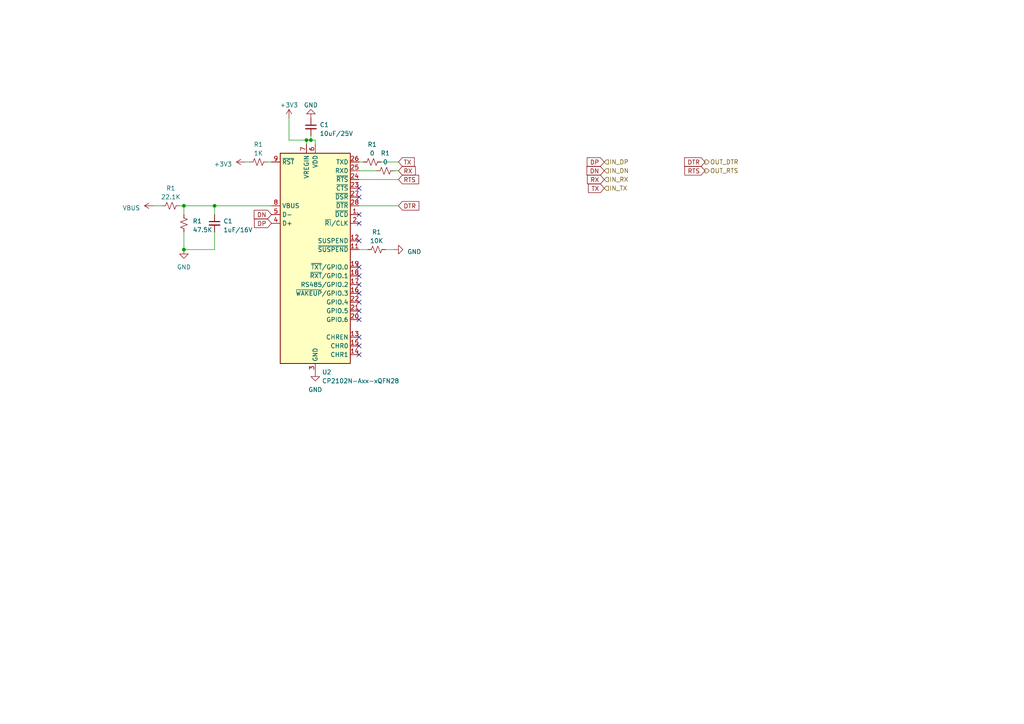
<source format=kicad_sch>
(kicad_sch (version 20230121) (generator eeschema)
  (paper "A4")
  (lib_symbols
    (symbol "Device:C_Small" (pin_numbers hide) (pin_names (offset 0.254) hide)
      (property "Reference" "C" (at 0.254 1.778 0))
      (property "Value" "C_Small" (at 0.254 -2.032 0))
      (symbol "C_Small_0_1"
        (polyline (pts (xy -1.524 -0.508) (xy 1.524 -0.508)) (stroke (width 0.3302)))
        (polyline (pts (xy -1.524 0.508) (xy 1.524 0.508)) (stroke (width 0.3048)))
      )
      (symbol "C_Small_1_1"
        (pin passive line (at 0 2.54 270) (length 2.032) (name "~") (number "1"))
        (pin passive line (at 0 -2.54 90) (length 2.032) (name "~") (number "2"))
      )
    )
    (symbol "Device:R_Small_US" (pin_numbers hide) (pin_names (offset 0.254) hide)
      (property "Reference" "R" (at 0.762 0.508 0))
      (property "Value" "R_Small_US" (at 0.762 -1.016 0))
      (symbol "R_Small_US_1_1"
        (polyline (pts (xy 0 0) (xy 1.016 -0.381) (xy 0 -0.762) (xy -1.016 -1.143) (xy 0 -1.524)))
        (polyline (pts (xy 0 1.524) (xy 1.016 1.143) (xy 0 0.762) (xy -1.016 0.381) (xy 0 0)))
        (pin passive line (at 0 2.54 270) (length 1.016) (name "~") (number "1"))
        (pin passive line (at 0 -2.54 90) (length 1.016) (name "~") (number "2"))
      )
    )
    (symbol "Interface_USB:CP2102N-Axx-xQFN28"
      (property "Reference" "U" (at -8.89 31.75 0))
      (property "Value" "CP2102N-Axx-xQFN28" (at 12.7 31.75 0))
      (symbol "CP2102N-Axx-xQFN28_0_1"
        (rectangle (start -10.16 30.48) (end 10.16 -30.48) (stroke (width 0.254)) (fill (type background)))
      )
      (symbol "CP2102N-Axx-xQFN28_1_1"
        (pin input line (at 12.7 12.7 180) (length 2.54) (name "~{DCD}") (number "1"))
        (pin no_connect line (at -10.16 -27.94 0) (length 2.54) hide (name "NC") (number "10"))
        (pin output line (at 12.7 2.54 180) (length 2.54) (name "~{SUSPEND}") (number "11"))
        (pin output line (at 12.7 5.08 180) (length 2.54) (name "SUSPEND") (number "12"))
        (pin output line (at 12.7 -22.86 180) (length 2.54) (name "CHREN") (number "13"))
        (pin output line (at 12.7 -27.94 180) (length 2.54) (name "CHR1") (number "14"))
        (pin output line (at 12.7 -25.4 180) (length 2.54) (name "CHR0") (number "15"))
        (pin bidirectional line (at 12.7 -10.16 180) (length 2.54) (name "~{WAKEUP}/GPIO.3") (number "16"))
        (pin bidirectional line (at 12.7 -7.62 180) (length 2.54) (name "RS485/GPIO.2") (number "17"))
        (pin bidirectional line (at 12.7 -5.08 180) (length 2.54) (name "~{RXT}/GPIO.1") (number "18"))
        (pin bidirectional line (at 12.7 -2.54 180) (length 2.54) (name "~{TXT}/GPIO.0") (number "19"))
        (pin bidirectional line (at 12.7 10.16 180) (length 2.54) (name "~{RI}/CLK") (number "2"))
        (pin bidirectional line (at 12.7 -17.78 180) (length 2.54) (name "GPIO.6") (number "20"))
        (pin bidirectional line (at 12.7 -15.24 180) (length 2.54) (name "GPIO.5") (number "21"))
        (pin bidirectional line (at 12.7 -12.7 180) (length 2.54) (name "GPIO.4") (number "22"))
        (pin input line (at 12.7 20.32 180) (length 2.54) (name "~{CTS}") (number "23"))
        (pin output line (at 12.7 22.86 180) (length 2.54) (name "~{RTS}") (number "24"))
        (pin input line (at 12.7 25.4 180) (length 2.54) (name "RXD") (number "25"))
        (pin output line (at 12.7 27.94 180) (length 2.54) (name "TXD") (number "26"))
        (pin input line (at 12.7 17.78 180) (length 2.54) (name "~{DSR}") (number "27"))
        (pin output line (at 12.7 15.24 180) (length 2.54) (name "~{DTR}") (number "28"))
        (pin passive line (at 0 -33.02 90) (length 2.54) hide (name "GND") (number "29"))
        (pin power_in line (at 0 -33.02 90) (length 2.54) (name "GND") (number "3"))
        (pin bidirectional line (at -12.7 10.16 0) (length 2.54) (name "D+") (number "4"))
        (pin bidirectional line (at -12.7 12.7 0) (length 2.54) (name "D-") (number "5"))
        (pin power_in line (at 0 33.02 270) (length 2.54) (name "VDD") (number "6"))
        (pin power_in line (at -2.54 33.02 270) (length 2.54) (name "VREGIN") (number "7"))
        (pin input line (at -12.7 15.24 0) (length 2.54) (name "VBUS") (number "8"))
        (pin input line (at -12.7 27.94 0) (length 2.54) (name "~{RST}") (number "9"))
      )
    )
    (symbol "power:+3V3" (power) (pin_names (offset 0))
      (property "Value" "+3V3" (at 0 3.556 0))
      (symbol "+3V3_0_1"
        (polyline (pts (xy -0.762 1.27) (xy 0 2.54)))
        (polyline (pts (xy 0 0) (xy 0 2.54)))
        (polyline (pts (xy 0 2.54) (xy 0.762 1.27)))
      )
      (symbol "+3V3_1_1"
        (pin power_in line (at 0 0 90) (length 0) hide (name "+3V3") (number "1"))
      )
    )
    (symbol "power:GND" (power) (pin_names (offset 0))
      (property "Value" "GND" (at 0 -3.81 0))
      (symbol "GND_0_1"
        (polyline (pts (xy 0 0) (xy 0 -1.27) (xy 1.27 -1.27) (xy 0 -2.54) (xy -1.27 -1.27) (xy 0 -1.27)))
      )
      (symbol "GND_1_1"
        (pin power_in line (at 0 0 270) (length 0) hide (name "GND") (number "1"))
      )
    )
    (symbol "power:VBUS" (power) (pin_names (offset 0))
      (property "Value" "VBUS" (at 0 3.81 0))
      (symbol "VBUS_0_1"
        (polyline (pts (xy -0.762 1.27) (xy 0 2.54)))
        (polyline (pts (xy 0 0) (xy 0 2.54)))
        (polyline (pts (xy 0 2.54) (xy 0.762 1.27)))
      )
      (symbol "VBUS_1_1"
        (pin power_in line (at 0 0 90) (length 0) hide (name "VBUS") (number "1"))
      )
    )
  )
  (junction (at 53.34 72.39))
  (junction (at 88.9 40.64))
  (junction (at 53.34 59.69))
  (junction (at 90.17 40.64))
  (junction (at 62.23 59.69))
  (no_connect (at 104.14 102.87))
  (no_connect (at 104.14 92.71))
  (no_connect (at 104.14 64.77))
  (no_connect (at 104.14 77.47))
  (no_connect (at 104.14 69.85))
  (no_connect (at 104.14 80.01))
  (no_connect (at 104.14 62.23))
  (no_connect (at 104.14 82.55))
  (no_connect (at 104.14 85.09))
  (no_connect (at 104.14 90.17))
  (no_connect (at 104.14 87.63))
  (no_connect (at 104.14 54.61))
  (no_connect (at 104.14 57.15))
  (no_connect (at 104.14 97.79))
  (no_connect (at 104.14 100.33))
  (wire (pts (xy 83.82 40.64) (xy 88.9 40.64)))
  (wire (pts (xy 90.17 39.37) (xy 90.17 40.64)))
  (wire (pts (xy 77.47 46.99) (xy 78.74 46.99)))
  (wire (pts (xy 53.34 59.69) (xy 62.23 59.69)))
  (wire (pts (xy 44.45 59.69) (xy 46.99 59.69)))
  (wire (pts (xy 88.9 40.64) (xy 90.17 40.64)))
  (wire (pts (xy 104.14 59.69) (xy 115.57 59.69)))
  (wire (pts (xy 62.23 67.31) (xy 62.23 72.39)))
  (wire (pts (xy 91.44 40.64) (xy 91.44 41.91)))
  (wire (pts (xy 105.41 46.99) (xy 104.14 46.99)))
  (wire (pts (xy 110.49 46.99) (xy 115.57 46.99)))
  (wire (pts (xy 53.34 62.23) (xy 53.34 59.69)))
  (wire (pts (xy 109.22 49.53) (xy 104.14 49.53)))
  (wire (pts (xy 62.23 62.23) (xy 62.23 59.69)))
  (wire (pts (xy 111.76 72.39) (xy 114.3 72.39)))
  (wire (pts (xy 53.34 72.39) (xy 53.34 67.31)))
  (wire (pts (xy 104.14 52.07) (xy 115.57 52.07)))
  (wire (pts (xy 88.9 41.91) (xy 88.9 40.64)))
  (wire (pts (xy 62.23 59.69) (xy 78.74 59.69)))
  (wire (pts (xy 90.17 40.64) (xy 91.44 40.64)))
  (wire (pts (xy 104.14 72.39) (xy 106.68 72.39)))
  (wire (pts (xy 62.23 72.39) (xy 53.34 72.39)))
  (wire (pts (xy 71.12 46.99) (xy 72.39 46.99)))
  (wire (pts (xy 83.82 34.29) (xy 83.82 40.64)))
  (wire (pts (xy 114.3 49.53) (xy 115.57 49.53)))
  (wire (pts (xy 53.34 59.69) (xy 52.07 59.69)))
  (global_label "DP" (shape input) (at 175.26 46.99 180) (property "Intersheetrefs" "${INTERSHEET_REFS}" (effects hide)))
  (global_label "TX" (shape input) (at 115.57 46.99 0) (property "Intersheetrefs" "${INTERSHEET_REFS}" (effects hide)))
  (global_label "DN" (shape input) (at 78.74 62.23 180) (property "Intersheetrefs" "${INTERSHEET_REFS}" (effects hide)))
  (global_label "RTS" (shape input) (at 204.47 49.53 180) (property "Intersheetrefs" "${INTERSHEET_REFS}" (effects hide)))
  (global_label "DN" (shape input) (at 175.26 49.53 180) (property "Intersheetrefs" "${INTERSHEET_REFS}" (effects hide)))
  (global_label "RX" (shape input) (at 115.57 49.53 0) (property "Intersheetrefs" "${INTERSHEET_REFS}" (effects hide)))
  (global_label "TX" (shape input) (at 175.26 54.61 180) (property "Intersheetrefs" "${INTERSHEET_REFS}" (effects hide)))
  (global_label "DTR" (shape input) (at 115.57 59.69 0) (property "Intersheetrefs" "${INTERSHEET_REFS}" (effects hide)))
  (global_label "DTR" (shape input) (at 204.47 46.99 180) (property "Intersheetrefs" "${INTERSHEET_REFS}" (effects hide)))
  (global_label "RTS" (shape input) (at 115.57 52.07 0) (property "Intersheetrefs" "${INTERSHEET_REFS}" (effects hide)))
  (global_label "DP" (shape input) (at 78.74 64.77 180) (property "Intersheetrefs" "${INTERSHEET_REFS}" (effects hide)))
  (global_label "RX" (shape input) (at 175.26 52.07 180) (property "Intersheetrefs" "${INTERSHEET_REFS}" (effects hide)))
  (hierarchical_label "OUT_DTR" (shape output) (at 204.47 46.99 0))
  (hierarchical_label "OUT_RTS" (shape output) (at 204.47 49.53 0))
  (hierarchical_label "IN_DP" (shape input) (at 175.26 46.99 0))
  (hierarchical_label "IN_RX" (shape input) (at 175.26 52.07 0))
  (hierarchical_label "IN_TX" (shape input) (at 175.26 54.61 0))
  (hierarchical_label "IN_DN" (shape input) (at 175.26 49.53 0))
  (symbol (lib_id "Device:R_Small_US") (at 111.76 49.53 90) (unit 1)
    (property "Reference" "R1" (at 111.76 44.45 90))
    (property "Value" "0" (at 111.76 46.99 90))
    (property "Footprint" "Resistor_SMD:R_0805_2012Metric" (effects hide))
    (instances (project "ESP32 (Electiva)" (path "" (reference "R1") (unit 1)) (path "" (reference "R3") (unit 1))))
  )
  (symbol (lib_id "Device:R_Small_US") (at 53.34 64.77 180) (unit 1)
    (property "Reference" "R1" (at 55.88 64.135 0) (effects (justify right)))
    (property "Value" "47.5K" (at 55.88 66.675 0) (effects (justify right)))
    (property "Footprint" "Resistor_SMD:R_0805_2012Metric" (effects hide))
    (instances (project "ESP32 (Electiva)" (path "" (reference "R1") (unit 1)) (path "" (reference "R7") (unit 1))))
  )
  (symbol (lib_id "Device:C_Small") (at 62.23 64.77 0) (unit 1)
    (property "Reference" "C1" (at 64.77 64.1413 0) (effects (justify left)))
    (property "Value" "1uF/16V" (at 64.77 66.6813 0) (effects (justify left)))
    (property "Footprint" "Capacitor_SMD:C_0805_2012Metric" (effects hide))
    (instances (project "ESP32 (Electiva)" (path "" (reference "C1") (unit 1)) (path "" (reference "C5") (unit 1))))
  )
  (symbol (lib_id "Device:R_Small_US") (at 49.53 59.69 90) (unit 1)
    (property "Reference" "R1" (at 49.53 54.61 90))
    (property "Value" "22.1K" (at 49.53 57.15 90))
    (property "Footprint" "Resistor_SMD:R_0805_2012Metric" (effects hide))
    (instances (project "ESP32 (Electiva)" (path "" (reference "R1") (unit 1)) (path "" (reference "R5") (unit 1))))
  )
  (symbol (lib_id "power:+3V3") (at 71.12 46.99 90) (unit 1)
    (property "Reference" "#PWR016" (effects hide))
    (property "Value" "+3V3" (at 67.31 47.625 90) (effects (justify left)))
  )
  (symbol (lib_id "Device:R_Small_US") (at 109.22 72.39 90) (unit 1)
    (property "Reference" "R1" (at 109.22 67.31 90))
    (property "Value" "10K" (at 109.22 69.85 90))
    (property "Footprint" "Resistor_SMD:R_0805_2012Metric" (effects hide))
    (instances (project "ESP32 (Electiva)" (path "" (reference "R1") (unit 1)) (path "" (reference "R6") (unit 1))))
  )
  (symbol (lib_id "Device:R_Small_US") (at 107.95 46.99 90) (unit 1)
    (property "Reference" "R1" (at 107.95 41.91 90))
    (property "Value" "0" (at 107.95 44.45 90))
    (property "Footprint" "Resistor_SMD:R_0805_2012Metric" (effects hide))
    (instances (project "ESP32 (Electiva)" (path "" (reference "R1") (unit 1)) (path "" (reference "R4") (unit 1))))
  )
  (symbol (lib_id "Interface_USB:CP2102N-Axx-xQFN28") (at 91.44 74.93 0) (unit 1)
    (property "Reference" "U2" (at 93.3959 107.95 0) (effects (justify left)))
    (property "Value" "CP2102N-Axx-xQFN28" (at 93.3959 110.49 0) (effects (justify left)))
    (property "Footprint" "Package_DFN_QFN:QFN-28-1EP_5x5mm_P0.5mm_EP3.35x3.35mm" (effects hide))
    (property "Datasheet" "https://www.silabs.com/documents/public/data-sheets/cp2102n-datasheet.pdf" (effects hide))
  )
  (symbol (lib_id "power:GND") (at 91.44 107.95 0) (unit 1)
    (property "Reference" "#PWR015" (effects hide))
    (property "Value" "GND" (at 91.44 113.03 0))
  )
  (symbol (lib_id "Device:R_Small_US") (at 74.93 46.99 90) (unit 1)
    (property "Reference" "R1" (at 74.93 41.91 90))
    (property "Value" "1K" (at 74.93 44.45 90))
    (property "Footprint" "Resistor_SMD:R_0805_2012Metric" (effects hide))
    (instances (project "ESP32 (Electiva)" (path "" (reference "R1") (unit 1)) (path "" (reference "R2") (unit 1))))
  )
  (symbol (lib_id "power:GND") (at 53.34 72.39 0) (unit 1)
    (property "Reference" "#PWR019" (effects hide))
    (property "Value" "GND" (at 53.34 77.47 0))
  )
  (symbol (lib_id "Device:C_Small") (at 90.17 36.83 0) (unit 1)
    (property "Reference" "C1" (at 92.71 36.2013 0) (effects (justify left)))
    (property "Value" "10uF/25V" (at 92.71 38.7413 0) (effects (justify left)))
    (property "Footprint" "Capacitor_SMD:C_0805_2012Metric" (effects hide))
    (instances (project "ESP32 (Electiva)" (path "" (reference "C1") (unit 1)) (path "" (reference "C4") (unit 1))))
  )
  (symbol (lib_id "power:GND") (at 114.3 72.39 90) (unit 1)
    (property "Reference" "#PWR018" (effects hide))
    (property "Value" "GND" (at 118.11 73.025 90) (effects (justify right)))
  )
  (symbol (lib_id "power:GND") (at 90.17 34.29 180) (unit 1)
    (property "Reference" "#PWR013" (effects hide))
    (property "Value" "GND" (at 90.17 30.48 0))
  )
  (symbol (lib_id "power:VBUS") (at 44.45 59.69 90) (unit 1)
    (property "Reference" "#PWR017" (effects hide))
    (property "Value" "VBUS" (at 40.64 60.325 90) (effects (justify left)))
  )
  (symbol (lib_id "power:+3V3") (at 83.82 34.29 0) (unit 1)
    (property "Reference" "#PWR014" (effects hide))
    (property "Value" "+3V3" (at 83.82 30.48 0))
  )
)
</source>
